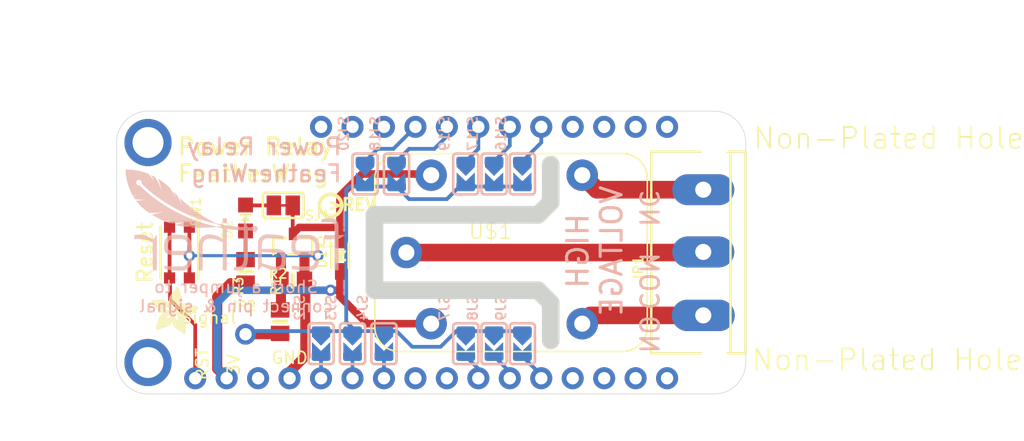
<source format=kicad_pcb>
(kicad_pcb (version 20171130) (host pcbnew 5.1.6-c6e7f7d~86~ubuntu18.04.1)
  (layers (0 Top signal) (31 Bottom signal) (34 B.Paste user) (35 F.Paste user) (36 B.SilkS user) (37 F.SilkS user) (38 B.Mask user) (39 F.Mask user) (44 Edge.Cuts user))
  (net 0 "")
  (net 1 GND)
  (net 2 3.3V)
  (net 3 "Net-(D1-PadA)")
  (net 4 "Net-(JP1-Pad1)")
  (net 5 "Net-(JP1-Pad3)")
  (net 6 "Net-(JP1-Pad2)")
  (net 7 "Net-(Q1-Pad1)")
  (net 8 /RELAYSIGNAL)
  (net 9 "Net-(D2-PadA)")
  (net 10 "Net-(D2-PadC)")
  (net 11 "Net-(MS2-Pad1)")
  (net 12 "Net-(MS2-Pad3)")
  (net 13 "Net-(MS2-Pad16)")
  (net 14 "Net-(MS2-Pad15)")
  (net 15 "Net-(MS2-Pad14)")
  (net 16 "Net-(MS2-Pad13)")
  (net 17 "Net-(MS2-Pad12)")
  (net 18 "Net-(MS2-Pad11)")
  (net 19 "Net-(MS2-Pad10)")
  (net 20 "Net-(MS2-Pad9)")
  (net 21 "Net-(MS2-Pad8)")
  (net 22 "Net-(MS2-Pad7)")
  (net 23 "Net-(MS2-Pad6)")
  (net 24 "Net-(MS2-Pad5)")
  (net 25 "Net-(MS2-Pad17)")
  (net 26 "Net-(MS2-Pad18)")
  (net 27 "Net-(MS2-Pad19)")
  (net 28 "Net-(MS2-Pad20)")
  (net 29 "Net-(MS2-Pad21)")
  (net 30 "Net-(MS2-Pad22)")
  (net 31 "Net-(MS2-Pad23)")
  (net 32 "Net-(MS2-Pad24)")
  (net 33 "Net-(MS2-Pad25)")
  (net 34 /USB)
  (net 35 "Net-(MS2-Pad27)")
  (net 36 /VBAT)
  (module "Adafruit PowerRelay Wing:RELAY_G5LE-1" (layer Top) (at 154.8511 105.0036)
    (fp_text reference U$1 (at -3.4 -1) (layer F.SilkS) (effects (font (size 1.2065 1.2065) (thickness 0.108585)) (justify left bottom)))
    (fp_text value RELAY_G5LE)
    (pad 5 thru_hole circle (at -6.35 -6.25) (size 2.54 2.54) (drill 1.3) (layers *.Cu *.Mask) (net 3 "Net-(D1-PadA)"))
    (pad 4 thru_hole circle (at 5.85 -6.25) (size 2.54 2.54) (drill 1.3) (layers *.Cu *.Mask) (net 4 "Net-(JP1-Pad1)"))
    (pad 3 thru_hole circle (at 5.85 5.75) (size 2.54 2.54) (drill 1.3) (layers *.Cu *.Mask) (net 5 "Net-(JP1-Pad3)"))
    (pad 2 thru_hole circle (at -6.35 5.75) (size 2.54 2.54) (drill 1.3) (layers *.Cu *.Mask) (net 2 3.3V))
    (pad 1 thru_hole circle (at -8.35 0) (size 2.54 2.54) (drill 1.3) (layers *.Cu *.Mask) (net 6 "Net-(JP1-Pad2)"))
  )
  (module "Adafruit PowerRelay Wing:SOT23-R" (layer Top) (at 137.3251 104.4956)
    (fp_text reference Q1 (at 1.778 0.127) (layer F.SilkS) (effects (font (size 0.77216 0.77216) (thickness 0.138988)) (justify left bottom)))
    (fp_text value MMBT2222)
    (pad 1 smd rect (at -0.95 1) (size 0.635 1.016) (layers Top F.Paste F.Mask) (net 7 "Net-(Q1-Pad1)"))
    (pad 2 smd rect (at 0.95 1) (size 0.635 1.016) (layers Top F.Paste F.Mask) (net 1 GND))
    (pad 3 smd rect (at 0 -1) (size 0.635 1.016) (layers Top F.Paste F.Mask) (net 3 "Net-(D1-PadA)"))
  )
  (module "Adafruit PowerRelay Wing:0805-NO" (layer Top) (at 136.3091 110.5916 90)
    (fp_text reference R1 (at 2.032 0.127 90) (layer F.SilkS) (effects (font (size 0.77216 0.77216) (thickness 0.138988)) (justify left bottom)))
    (fp_text value 1K)
    (pad 2 smd rect (at 0.95 0 90) (size 1.24 1.5) (layers Top F.Paste F.Mask) (net 7 "Net-(Q1-Pad1)"))
    (pad 1 smd rect (at -0.95 0 90) (size 1.24 1.5) (layers Top F.Paste F.Mask) (net 8 /RELAYSIGNAL))
  )
  (module "Adafruit PowerRelay Wing:SOD-323" (layer Top) (at 141.1351 105.2576 90)
    (fp_text reference D1 (at -1.1 -1 90) (layer F.SilkS) (effects (font (size 0.77216 0.77216) (thickness 0.138988)) (justify left bottom)))
    (fp_text value 1N4148)
    (pad A smd rect (at 1.27 0 90) (size 1.35 0.8) (layers Top F.Paste F.Mask) (net 3 "Net-(D1-PadA)"))
    (pad C smd rect (at -1.27 0 90) (size 1.35 0.8) (layers Top F.Paste F.Mask) (net 2 3.3V))
  )
  (module "Adafruit PowerRelay Wing:1X01_ROUND" (layer Top) (at 133.5151 111.6076)
    (fp_text reference JP2 (at -1.3462 -1.8288) (layer F.SilkS) (effects (font (size 0.77216 0.77216) (thickness 0.138988)) (justify left bottom)))
    (fp_text value HEADER-1X1ROUND)
    (pad 1 thru_hole circle (at 0 0 90) (size 1.6764 1.6764) (drill 1) (layers *.Cu *.Mask) (net 8 /RELAYSIGNAL))
  )
  (module "Adafruit PowerRelay Wing:0805-NO" (layer Top) (at 137.3251 107.2896 180)
    (fp_text reference R2 (at 2.032 0.127) (layer F.SilkS) (effects (font (size 0.77216 0.77216) (thickness 0.138988)) (justify left bottom)))
    (fp_text value 10K)
    (pad 2 smd rect (at 0.95 0 180) (size 1.24 1.5) (layers Top F.Paste F.Mask) (net 7 "Net-(Q1-Pad1)"))
    (pad 1 smd rect (at -0.95 0 180) (size 1.24 1.5) (layers Top F.Paste F.Mask) (net 1 GND))
  )
  (module "Adafruit PowerRelay Wing:CHIPLED_0805_NOOUTLINE" (layer Top) (at 133.5151 102.2096)
    (fp_text reference D2 (at -1.016 1.778 90) (layer F.SilkS) (effects (font (size 0.77216 0.77216) (thickness 0.138988)) (justify left bottom)))
    (fp_text value RED)
    (pad A smd rect (at 0 1.05) (size 1.2 1.2) (layers Top F.Paste F.Mask) (net 9 "Net-(D2-PadA)"))
    (pad C smd rect (at 0 -1.05) (size 1.2 1.2) (layers Top F.Paste F.Mask) (net 10 "Net-(D2-PadC)"))
  )
  (module "Adafruit PowerRelay Wing:0805-NO" (layer Top) (at 133.5151 106.5276 270)
    (fp_text reference R3 (at 2.032 0.127 90) (layer F.SilkS) (effects (font (size 0.77216 0.77216) (thickness 0.138988)) (justify left bottom)))
    (fp_text value 1K)
    (pad 2 smd rect (at 0.95 0 270) (size 1.24 1.5) (layers Top F.Paste F.Mask) (net 2 3.3V))
    (pad 1 smd rect (at -0.95 0 270) (size 1.24 1.5) (layers Top F.Paste F.Mask) (net 9 "Net-(D2-PadA)"))
  )
  (module "Adafruit PowerRelay Wing:SOLDERJUMPER_CLOSEDWIRE" (layer Top) (at 136.5631 101.1936 180)
    (fp_text reference SJ1 (at -1.651 -1.27) (layer F.SilkS) (effects (font (size 0.77216 0.77216) (thickness 0.138988)) (justify left bottom)))
    (fp_text value SOLDERJUMPER_CLOSED)
    (pad WIRE smd rect (at 0 0 180) (size 0.635 0.2032) (layers Top F.Mask))
    (pad 2 smd rect (at 0.762 0 180) (size 1.1684 1.6002) (layers Top F.Mask) (net 10 "Net-(D2-PadC)"))
    (pad 1 smd rect (at -0.762 0 180) (size 1.1684 1.6002) (layers Top F.Mask) (net 3 "Net-(D1-PadA)"))
  )
  (module "Adafruit PowerRelay Wing:FEATHERWING" (layer Top) (at 123.1011 116.4336)
    (fp_text reference MS2 hide)
    (fp_text value FEATHERWING hide)
    (fp_arc (start 2.54 -2.54) (end 0 -2.54) (angle -90) (layer Edge.Cuts) (width 0.05))
    (fp_line (start 0 -20.32) (end 0 -2.54) (layer Edge.Cuts) (width 0.05))
    (fp_arc (start 2.54 -20.32) (end 2.54 -22.86) (angle -90) (layer Edge.Cuts) (width 0.05))
    (fp_line (start 48.26 -22.86) (end 2.54 -22.86) (layer Edge.Cuts) (width 0.05))
    (fp_arc (start 48.26 -20.32) (end 50.8 -20.32) (angle -90) (layer Edge.Cuts) (width 0.05))
    (fp_line (start 50.8 -2.54) (end 50.8 -20.32) (layer Edge.Cuts) (width 0.05))
    (fp_arc (start 48.26 -2.54) (end 48.26 0) (angle -90) (layer Edge.Cuts) (width 0.05))
    (fp_line (start 2.54 0) (end 48.26 0) (layer Edge.Cuts) (width 0.05))
    (pad 1 thru_hole circle (at 6.35 -1.27) (size 1.778 1.778) (drill 1) (layers *.Cu *.Mask) (net 11 "Net-(MS2-Pad1)"))
    (pad 2 thru_hole circle (at 8.89 -1.27) (size 1.778 1.778) (drill 1) (layers *.Cu *.Mask) (net 2 3.3V))
    (pad 3 thru_hole circle (at 11.43 -1.27) (size 1.778 1.778) (drill 1) (layers *.Cu *.Mask) (net 12 "Net-(MS2-Pad3)"))
    (pad 4 thru_hole circle (at 13.97 -1.27) (size 1.778 1.778) (drill 1) (layers *.Cu *.Mask) (net 1 GND))
    (pad 16 thru_hole circle (at 44.45 -1.27) (size 1.778 1.778) (drill 1) (layers *.Cu *.Mask) (net 13 "Net-(MS2-Pad16)"))
    (pad 15 thru_hole circle (at 41.91 -1.27) (size 1.778 1.778) (drill 1) (layers *.Cu *.Mask) (net 14 "Net-(MS2-Pad15)"))
    (pad 14 thru_hole circle (at 39.37 -1.27) (size 1.778 1.778) (drill 1) (layers *.Cu *.Mask) (net 15 "Net-(MS2-Pad14)"))
    (pad 13 thru_hole circle (at 36.83 -1.27) (size 1.778 1.778) (drill 1) (layers *.Cu *.Mask) (net 16 "Net-(MS2-Pad13)"))
    (pad 12 thru_hole circle (at 34.29 -1.27) (size 1.778 1.778) (drill 1) (layers *.Cu *.Mask) (net 17 "Net-(MS2-Pad12)"))
    (pad 11 thru_hole circle (at 31.75 -1.27) (size 1.778 1.778) (drill 1) (layers *.Cu *.Mask) (net 18 "Net-(MS2-Pad11)"))
    (pad 10 thru_hole circle (at 29.21 -1.27) (size 1.778 1.778) (drill 1) (layers *.Cu *.Mask) (net 19 "Net-(MS2-Pad10)"))
    (pad 9 thru_hole circle (at 26.67 -1.27) (size 1.778 1.778) (drill 1) (layers *.Cu *.Mask) (net 20 "Net-(MS2-Pad9)"))
    (pad 8 thru_hole circle (at 24.13 -1.27) (size 1.778 1.778) (drill 1) (layers *.Cu *.Mask) (net 21 "Net-(MS2-Pad8)"))
    (pad 7 thru_hole circle (at 21.59 -1.27) (size 1.778 1.778) (drill 1) (layers *.Cu *.Mask) (net 22 "Net-(MS2-Pad7)"))
    (pad 6 thru_hole circle (at 19.05 -1.27) (size 1.778 1.778) (drill 1) (layers *.Cu *.Mask) (net 23 "Net-(MS2-Pad6)"))
    (pad 5 thru_hole circle (at 16.51 -1.27) (size 1.778 1.778) (drill 1) (layers *.Cu *.Mask) (net 24 "Net-(MS2-Pad5)"))
    (pad 17 thru_hole circle (at 44.45 -21.59) (size 1.778 1.778) (drill 1) (layers *.Cu *.Mask) (net 25 "Net-(MS2-Pad17)"))
    (pad 18 thru_hole circle (at 41.91 -21.59) (size 1.778 1.778) (drill 1) (layers *.Cu *.Mask) (net 26 "Net-(MS2-Pad18)"))
    (pad 19 thru_hole circle (at 39.37 -21.59) (size 1.778 1.778) (drill 1) (layers *.Cu *.Mask) (net 27 "Net-(MS2-Pad19)"))
    (pad 20 thru_hole circle (at 36.83 -21.59) (size 1.778 1.778) (drill 1) (layers *.Cu *.Mask) (net 28 "Net-(MS2-Pad20)"))
    (pad 21 thru_hole circle (at 34.29 -21.59) (size 1.778 1.778) (drill 1) (layers *.Cu *.Mask) (net 29 "Net-(MS2-Pad21)"))
    (pad 22 thru_hole circle (at 31.75 -21.59) (size 1.778 1.778) (drill 1) (layers *.Cu *.Mask) (net 30 "Net-(MS2-Pad22)"))
    (pad 23 thru_hole circle (at 29.21 -21.59) (size 1.778 1.778) (drill 1) (layers *.Cu *.Mask) (net 31 "Net-(MS2-Pad23)"))
    (pad 24 thru_hole circle (at 26.67 -21.59) (size 1.778 1.778) (drill 1) (layers *.Cu *.Mask) (net 32 "Net-(MS2-Pad24)"))
    (pad 25 thru_hole circle (at 24.13 -21.59) (size 1.778 1.778) (drill 1) (layers *.Cu *.Mask) (net 33 "Net-(MS2-Pad25)"))
    (pad 26 thru_hole circle (at 21.59 -21.59) (size 1.778 1.778) (drill 1) (layers *.Cu *.Mask) (net 34 /USB))
    (pad 27 thru_hole circle (at 19.05 -21.59) (size 1.778 1.778) (drill 1) (layers *.Cu *.Mask) (net 35 "Net-(MS2-Pad27)"))
    (pad 28 thru_hole circle (at 16.51 -21.59) (size 1.778 1.778) (drill 1) (layers *.Cu *.Mask) (net 36 /VBAT))
    (pad P$2 thru_hole circle (at 2.54 -2.54) (size 3.81 3.81) (drill 2.5) (layers *.Cu *.Mask))
    (pad P$1 thru_hole circle (at 2.54 -20.32) (size 3.81 3.81) (drill 2.5) (layers *.Cu *.Mask))
    (pad "" np_thru_hole circle (at 48.26 -2.54) (size 2.54 2.54) (drill 2.54) (layers *.Cu *.Mask))
    (pad "" np_thru_hole circle (at 48.26 -20.32) (size 2.54 2.54) (drill 2.54) (layers *.Cu *.Mask))
  )
  (module "Adafruit PowerRelay Wing:BTN_KMR2_4.6X2.8" (layer Top) (at 128.1811 105.0036 270)
    (fp_text reference SW1 (at -2.032 -1.778 90) (layer F.SilkS) (effects (font (size 0.77216 0.77216) (thickness 0.138988)) (justify left bottom)))
    (fp_text value KMR2)
    (pad A' smd rect (at -2.05 -0.8 270) (size 0.9 0.9) (layers Top F.Paste F.Mask) (net 1 GND))
    (pad B' smd rect (at -2.05 0.8 270) (size 0.9 0.9) (layers Top F.Paste F.Mask) (net 11 "Net-(MS2-Pad1)"))
    (pad B smd rect (at 2.05 0.8 270) (size 0.9 0.9) (layers Top F.Paste F.Mask) (net 11 "Net-(MS2-Pad1)"))
    (pad A smd rect (at 2.05 -0.8 270) (size 0.9 0.9) (layers Top F.Paste F.Mask) (net 1 GND))
  )
  (module "Adafruit PowerRelay Wing:SOLDERJUMPER_ARROW_NOPASTE" (layer Bottom) (at 139.6111 112.3696 270)
    (fp_text reference SJ2 (at -1.778 1.27 270) (layer B.SilkS) (effects (font (size 0.77216 0.77216) (thickness 0.146304)) (justify right bottom mirror)))
    (fp_text value SOLDERJUMPER)
    (fp_poly (pts (xy -0.127 0.7366) (xy 0.5842 0) (xy -0.127 -0.7366) (xy 1.143 -0.7366) (xy 1.143 0.7366)) (layer Bottom) (width 0))
    (fp_poly (pts (xy -1.143 0.7366) (xy -0.5715 0.7366) (xy 0.1651 0) (xy -0.5715 -0.7366) (xy -1.143 -0.7366)) (layer Bottom) (width 0))
    (pad 2 smd roundrect (at 1.016 0 270) (size 0.762 1.524) (layers Bottom B.Mask) (net 24 "Net-(MS2-Pad5)"))
    (pad 1 smd roundrect (at -1.016 0 270) (size 0.762 1.524) (layers Bottom B.Mask) (net 8 /RELAYSIGNAL))
  )
  (module "Adafruit PowerRelay Wing:SOLDERJUMPER_ARROW_NOPASTE" (layer Bottom) (at 142.1511 112.3696 270)
    (fp_text reference SJ3 (at -1.778 1.27 270) (layer B.SilkS) (effects (font (size 0.77216 0.77216) (thickness 0.146304)) (justify right bottom mirror)))
    (fp_text value SOLDERJUMPER)
    (fp_poly (pts (xy -0.127 0.7366) (xy 0.5842 0) (xy -0.127 -0.7366) (xy 1.143 -0.7366) (xy 1.143 0.7366)) (layer Bottom) (width 0))
    (fp_poly (pts (xy -1.143 0.7366) (xy -0.5715 0.7366) (xy 0.1651 0) (xy -0.5715 -0.7366) (xy -1.143 -0.7366)) (layer Bottom) (width 0))
    (pad 2 smd roundrect (at 1.016 0 270) (size 0.762 1.524) (layers Bottom B.Mask) (net 23 "Net-(MS2-Pad6)"))
    (pad 1 smd roundrect (at -1.016 0 270) (size 0.762 1.524) (layers Bottom B.Mask) (net 8 /RELAYSIGNAL))
  )
  (module "Adafruit PowerRelay Wing:SOLDERJUMPER_ARROW_NOPASTE" (layer Bottom) (at 144.6911 112.3696 270)
    (fp_text reference SJ4 (at -1.778 1.27 270) (layer B.SilkS) (effects (font (size 0.77216 0.77216) (thickness 0.146304)) (justify right bottom mirror)))
    (fp_text value SOLDERJUMPER)
    (fp_poly (pts (xy -0.127 0.7366) (xy 0.5842 0) (xy -0.127 -0.7366) (xy 1.143 -0.7366) (xy 1.143 0.7366)) (layer Bottom) (width 0))
    (fp_poly (pts (xy -1.143 0.7366) (xy -0.5715 0.7366) (xy 0.1651 0) (xy -0.5715 -0.7366) (xy -1.143 -0.7366)) (layer Bottom) (width 0))
    (pad 2 smd roundrect (at 1.016 0 270) (size 0.762 1.524) (layers Bottom B.Mask) (net 22 "Net-(MS2-Pad7)"))
    (pad 1 smd roundrect (at -1.016 0 270) (size 0.762 1.524) (layers Bottom B.Mask) (net 8 /RELAYSIGNAL))
  )
  (module "Adafruit PowerRelay Wing:SOLDERJUMPER_ARROW_NOPASTE" (layer Bottom) (at 151.2951 112.3696 270)
    (fp_text reference SJ7 (at -1.778 1.27 270) (layer B.SilkS) (effects (font (size 0.77216 0.77216) (thickness 0.146304)) (justify right bottom mirror)))
    (fp_text value SOLDERJUMPER)
    (fp_poly (pts (xy -0.127 0.7366) (xy 0.5842 0) (xy -0.127 -0.7366) (xy 1.143 -0.7366) (xy 1.143 0.7366)) (layer Bottom) (width 0))
    (fp_poly (pts (xy -1.143 0.7366) (xy -0.5715 0.7366) (xy 0.1651 0) (xy -0.5715 -0.7366) (xy -1.143 -0.7366)) (layer Bottom) (width 0))
    (pad 2 smd roundrect (at 1.016 0 270) (size 0.762 1.524) (layers Bottom B.Mask) (net 19 "Net-(MS2-Pad10)"))
    (pad 1 smd roundrect (at -1.016 0 270) (size 0.762 1.524) (layers Bottom B.Mask) (net 8 /RELAYSIGNAL))
  )
  (module "Adafruit PowerRelay Wing:SOLDERJUMPER_ARROW_NOPASTE" (layer Bottom) (at 153.5811 112.3696 270)
    (fp_text reference SJ8 (at -1.778 1.27 270) (layer B.SilkS) (effects (font (size 0.77216 0.77216) (thickness 0.146304)) (justify right bottom mirror)))
    (fp_text value SOLDERJUMPER)
    (fp_poly (pts (xy -0.127 0.7366) (xy 0.5842 0) (xy -0.127 -0.7366) (xy 1.143 -0.7366) (xy 1.143 0.7366)) (layer Bottom) (width 0))
    (fp_poly (pts (xy -1.143 0.7366) (xy -0.5715 0.7366) (xy 0.1651 0) (xy -0.5715 -0.7366) (xy -1.143 -0.7366)) (layer Bottom) (width 0))
    (pad 2 smd roundrect (at 1.016 0 270) (size 0.762 1.524) (layers Bottom B.Mask) (net 18 "Net-(MS2-Pad11)"))
    (pad 1 smd roundrect (at -1.016 0 270) (size 0.762 1.524) (layers Bottom B.Mask) (net 8 /RELAYSIGNAL))
  )
  (module "Adafruit PowerRelay Wing:SOLDERJUMPER_ARROW_NOPASTE" (layer Bottom) (at 155.8671 112.3696 270)
    (fp_text reference SJ9 (at -1.778 1.27 270) (layer B.SilkS) (effects (font (size 0.77216 0.77216) (thickness 0.146304)) (justify right bottom mirror)))
    (fp_text value SOLDERJUMPER)
    (fp_poly (pts (xy -0.127 0.7366) (xy 0.5842 0) (xy -0.127 -0.7366) (xy 1.143 -0.7366) (xy 1.143 0.7366)) (layer Bottom) (width 0))
    (fp_poly (pts (xy -1.143 0.7366) (xy -0.5715 0.7366) (xy 0.1651 0) (xy -0.5715 -0.7366) (xy -1.143 -0.7366)) (layer Bottom) (width 0))
    (pad 2 smd roundrect (at 1.016 0 270) (size 0.762 1.524) (layers Bottom B.Mask) (net 17 "Net-(MS2-Pad12)"))
    (pad 1 smd roundrect (at -1.016 0 270) (size 0.762 1.524) (layers Bottom B.Mask) (net 8 /RELAYSIGNAL))
  )
  (module "Adafruit PowerRelay Wing:SOLDERJUMPER_ARROW_NOPASTE" (layer Bottom) (at 155.8671 98.6536 270)
    (fp_text reference SJ16 (at -1.778 1.27 270) (layer B.SilkS) (effects (font (size 0.77216 0.77216) (thickness 0.146304)) (justify right bottom mirror)))
    (fp_text value SOLDERJUMPER)
    (fp_poly (pts (xy -0.127 0.7366) (xy 0.5842 0) (xy -0.127 -0.7366) (xy 1.143 -0.7366) (xy 1.143 0.7366)) (layer Bottom) (width 0))
    (fp_poly (pts (xy -1.143 0.7366) (xy -0.5715 0.7366) (xy 0.1651 0) (xy -0.5715 -0.7366) (xy -1.143 -0.7366)) (layer Bottom) (width 0))
    (pad 2 smd roundrect (at 1.016 0 270) (size 0.762 1.524) (layers Bottom B.Mask) (net 8 /RELAYSIGNAL))
    (pad 1 smd roundrect (at -1.016 0 270) (size 0.762 1.524) (layers Bottom B.Mask) (net 29 "Net-(MS2-Pad21)"))
  )
  (module "Adafruit PowerRelay Wing:SOLDERJUMPER_ARROW_NOPASTE" (layer Bottom) (at 153.5811 98.6536 270)
    (fp_text reference SJ17 (at -1.778 1.27 270) (layer B.SilkS) (effects (font (size 0.77216 0.77216) (thickness 0.146304)) (justify right bottom mirror)))
    (fp_text value SOLDERJUMPER)
    (fp_poly (pts (xy -0.127 0.7366) (xy 0.5842 0) (xy -0.127 -0.7366) (xy 1.143 -0.7366) (xy 1.143 0.7366)) (layer Bottom) (width 0))
    (fp_poly (pts (xy -1.143 0.7366) (xy -0.5715 0.7366) (xy 0.1651 0) (xy -0.5715 -0.7366) (xy -1.143 -0.7366)) (layer Bottom) (width 0))
    (pad 2 smd roundrect (at 1.016 0 270) (size 0.762 1.524) (layers Bottom B.Mask) (net 8 /RELAYSIGNAL))
    (pad 1 smd roundrect (at -1.016 0 270) (size 0.762 1.524) (layers Bottom B.Mask) (net 30 "Net-(MS2-Pad22)"))
  )
  (module "Adafruit PowerRelay Wing:SOLDERJUMPER_ARROW_NOPASTE" (layer Bottom) (at 145.7071 98.6536 270)
    (fp_text reference SJ18 (at -1.778 1.27 270) (layer B.SilkS) (effects (font (size 0.77216 0.77216) (thickness 0.146304)) (justify right bottom mirror)))
    (fp_text value SOLDERJUMPER)
    (fp_poly (pts (xy -0.127 0.7366) (xy 0.5842 0) (xy -0.127 -0.7366) (xy 1.143 -0.7366) (xy 1.143 0.7366)) (layer Bottom) (width 0))
    (fp_poly (pts (xy -1.143 0.7366) (xy -0.5715 0.7366) (xy 0.1651 0) (xy -0.5715 -0.7366) (xy -1.143 -0.7366)) (layer Bottom) (width 0))
    (pad 2 smd roundrect (at 1.016 0 270) (size 0.762 1.524) (layers Bottom B.Mask) (net 8 /RELAYSIGNAL))
    (pad 1 smd roundrect (at -1.016 0 270) (size 0.762 1.524) (layers Bottom B.Mask) (net 32 "Net-(MS2-Pad24)"))
  )
  (module "Adafruit PowerRelay Wing:SOLDERJUMPER_ARROW_NOPASTE" (layer Bottom) (at 151.2951 98.6536 270)
    (fp_text reference SJ19 (at -1.778 1.27 270) (layer B.SilkS) (effects (font (size 0.77216 0.77216) (thickness 0.146304)) (justify right bottom mirror)))
    (fp_text value SOLDERJUMPER)
    (fp_poly (pts (xy -0.127 0.7366) (xy 0.5842 0) (xy -0.127 -0.7366) (xy 1.143 -0.7366) (xy 1.143 0.7366)) (layer Bottom) (width 0))
    (fp_poly (pts (xy -1.143 0.7366) (xy -0.5715 0.7366) (xy 0.1651 0) (xy -0.5715 -0.7366) (xy -1.143 -0.7366)) (layer Bottom) (width 0))
    (pad 2 smd roundrect (at 1.016 0 270) (size 0.762 1.524) (layers Bottom B.Mask) (net 8 /RELAYSIGNAL))
    (pad 1 smd roundrect (at -1.016 0 270) (size 0.762 1.524) (layers Bottom B.Mask) (net 31 "Net-(MS2-Pad23)"))
  )
  (module "Adafruit PowerRelay Wing:SOLDERJUMPER_ARROW_NOPASTE" (layer Bottom) (at 143.1671 98.6536 270)
    (fp_text reference SJ20 (at -1.778 1.27 270) (layer B.SilkS) (effects (font (size 0.77216 0.77216) (thickness 0.146304)) (justify right bottom mirror)))
    (fp_text value SOLDERJUMPER)
    (fp_poly (pts (xy -0.127 0.7366) (xy 0.5842 0) (xy -0.127 -0.7366) (xy 1.143 -0.7366) (xy 1.143 0.7366)) (layer Bottom) (width 0))
    (fp_poly (pts (xy -1.143 0.7366) (xy -0.5715 0.7366) (xy 0.1651 0) (xy -0.5715 -0.7366) (xy -1.143 -0.7366)) (layer Bottom) (width 0))
    (pad 2 smd roundrect (at 1.016 0 270) (size 0.762 1.524) (layers Bottom B.Mask) (net 8 /RELAYSIGNAL))
    (pad 1 smd roundrect (at -1.016 0 270) (size 0.762 1.524) (layers Bottom B.Mask) (net 33 "Net-(MS2-Pad25)"))
  )
  (module "Adafruit PowerRelay Wing:PCBFEAT-REV-040" (layer Top) (at 140.3731 101.1936)
    (fp_text reference U$5 hide)
    (fp_text value "" hide)
    (fp_text user >REV (at -0.3556 0.508) (layer F.SilkS) (effects (font (size 0.9652 0.9652) (thickness 0.2032)) (justify left bottom)))
  )
  (module "Adafruit PowerRelay Wing:TERMBLOCK_1X3_5.08MM" (layer Top) (at 170.4721 105.0036 90)
    (fp_text reference JP1 (at -2.45 -4.79 90) (layer F.SilkS) (effects (font (size 0.77216 0.77216) (thickness 0.138988)) (justify left bottom)))
    (fp_text value HEADER-1X3_508TERM)
    (pad 3 thru_hole oval (at -5.08 0 180) (size 5.08 2.54) (drill 1.3) (layers *.Cu *.Mask) (net 5 "Net-(JP1-Pad3)"))
    (pad 2 thru_hole oval (at 0.05 0 180) (size 5 2.5) (drill 1.3) (layers *.Cu *.Mask) (net 6 "Net-(JP1-Pad2)"))
    (pad 1 thru_hole oval (at 5.08 0 180) (size 5 2.5) (drill 1.3) (layers *.Cu *.Mask) (net 4 "Net-(JP1-Pad1)"))
  )
  (module "Adafruit PowerRelay Wing:FEATHERLOGO_MED" (layer Bottom) (at 141.6431 106.5276 180)
    (fp_text reference U$7 hide)
    (fp_text value "" hide)
  )
  (module "Adafruit PowerRelay Wing:ADAFRUIT_3.5MM" (layer Top) (at 125.8951 111.6076)
    (fp_text reference U$6 hide)
    (fp_text value "" hide)
  )
  (gr_line (start 158.1531 97.8916) (end 158.1531 100.9396) (layer Edge.Cuts) (width 1.4224))
  (gr_line (start 158.1531 100.9396) (end 157.1371 101.9556) (layer Edge.Cuts) (width 1.4224))
  (gr_line (start 157.1371 101.9556) (end 143.9291 101.9556) (layer Edge.Cuts) (width 1.4224))
  (gr_line (start 143.9291 101.9556) (end 143.9291 108.0516) (layer Edge.Cuts) (width 1.4224))
  (gr_line (start 143.9291 108.0516) (end 157.1371 108.0516) (layer Edge.Cuts) (width 1.4224))
  (gr_line (start 157.1371 108.0516) (end 158.1531 109.0676) (layer Edge.Cuts) (width 1.4224))
  (gr_line (start 158.1531 109.0676) (end 158.1531 112.1156) (layer Edge.Cuts) (width 1.4224))
  (gr_text "Power Relay\nFeatherWing" (at 127.9271 99.4156) (layer F.SilkS) (effects (font (size 1.35128 1.35128) (thickness 0.199136)) (justify left bottom)))
  (gr_text "HIGH\nVOLTAGE" (at 161.7091 104.8766 -270) (layer B.SilkS) (effects (font (size 1.6891 1.6891) (thickness 0.24892)) (justify mirror)))
  (gr_text Reset (at 125.3871 105.0036 90) (layer F.SilkS) (effects (font (size 1.2065 1.2065) (thickness 0.1778))))
  (gr_text "Non-Plated Hole" (at 174.4091 96.7486) (layer F.SilkS) (effects (font (size 1.6891 1.6891) (thickness 0.14224)) (justify left bottom)))
  (gr_text "Non-Plated Hole" (at 174.2821 114.6556) (layer F.SilkS) (effects (font (size 1.6891 1.6891) (thickness 0.14224)) (justify left bottom)))
  (gr_text COM (at 166.9161 104.8766 -90) (layer B.SilkS) (effects (font (size 1.4478 1.4478) (thickness 0.21336)) (justify right top mirror)))
  (gr_text NC (at 166.9161 99.7966 -90) (layer B.SilkS) (effects (font (size 1.4478 1.4478) (thickness 0.21336)) (justify right top mirror)))
  (gr_text NO (at 166.9161 109.9566 -90) (layer B.SilkS) (effects (font (size 1.4478 1.4478) (thickness 0.21336)) (justify right top mirror)))
  (gr_text "Power Relay\nFeatherWing" (at 141.3891 99.4156) (layer B.SilkS) (effects (font (size 1.35128 1.35128) (thickness 0.199136)) (justify left bottom mirror)))
  (gr_text Signal (at 132.8801 109.7026) (layer F.SilkS) (effects (font (size 0.9652 0.9652) (thickness 0.14224)) (justify right top)))
  (gr_text "Short a jumper to\nconnect pin & signal" (at 132.7531 108.5596) (layer B.SilkS) (effects (font (size 0.9652 0.9652) (thickness 0.14224)) (justify mirror)))
  (gr_text RST (at 129.4511 112.6236 90) (layer F.SilkS) (effects (font (size 0.9652 0.9652) (thickness 0.14224)) (justify right top)))
  (gr_text 3V (at 131.9911 113.1316 90) (layer F.SilkS) (effects (font (size 0.9652 0.9652) (thickness 0.14224)) (justify right top)))
  (gr_text GND (at 137.0711 113.5126) (layer F.SilkS) (effects (font (size 0.9652 0.9652) (thickness 0.14224))))
  (segment (start 137.0711 115.1636) (end 137.0711 114.6556) (width 0.8128) (layer Top) (net 1))
  (segment (start 137.0711 114.6556) (end 138.3411 113.3856) (width 0.8128) (layer Top) (net 1))
  (segment (start 138.3411 113.3856) (end 138.3411 107.3556) (width 0.8128) (layer Top) (net 1))
  (segment (start 138.3411 107.3556) (end 138.2751 107.2896) (width 0.8128) (layer Top) (net 1))
  (segment (start 138.2751 107.2896) (end 138.2751 105.4956) (width 0.8128) (layer Top) (net 1))
  (segment (start 128.9811 107.0536) (end 128.9811 105.2576) (width 0.3048) (layer Top) (net 1))
  (segment (start 128.9811 105.2576) (end 128.9811 102.9536) (width 0.3048) (layer Top) (net 1))
  (segment (start 138.2751 105.4956) (end 138.5131 105.2576) (width 0.254) (layer Top) (net 1))
  (segment (start 138.5131 105.2576) (end 139.3571 105.2576) (width 0.254) (layer Top) (net 1))
  (via (at 139.3571 105.2576) (size 0.9064) (drill 0.5) (layers Top Bottom) (net 1))
  (segment (start 139.3571 105.2576) (end 128.9811 105.2576) (width 0.254) (layer Bottom) (net 1))
  (via (at 128.9811 105.2576) (size 0.9064) (drill 0.5) (layers Top Bottom) (net 1))
  (segment (start 146.5011 105.0036) (end 170.0911 105.0036) (width 1.4224) (layer Top) (net 6))
  (segment (start 170.0911 105.0036) (end 170.1411 104.9536) (width 1.4224) (layer Top) (net 6))
  (segment (start 170.1411 104.9536) (end 170.4721 104.9536) (width 1.4224) (layer Top) (net 6))
  (segment (start 160.7011 110.7536) (end 161.3711 110.0836) (width 1.4224) (layer Top) (net 5))
  (segment (start 161.3711 110.0836) (end 170.4721 110.0836) (width 1.4224) (layer Top) (net 5))
  (segment (start 160.7011 98.7536) (end 161.8711 99.9236) (width 1.4224) (layer Top) (net 4))
  (segment (start 161.8711 99.9236) (end 170.4721 99.9236) (width 1.4224) (layer Top) (net 4))
  (segment (start 148.5011 110.7536) (end 143.3291 110.7536) (width 0.6096) (layer Top) (net 2))
  (segment (start 143.3291 110.7536) (end 141.1351 108.5596) (width 0.6096) (layer Top) (net 2))
  (segment (start 141.1351 108.5596) (end 141.1351 108.0516) (width 0.6096) (layer Top) (net 2))
  (segment (start 131.9911 115.1636) (end 131.2291 114.4016) (width 0.8128) (layer Top) (net 2))
  (segment (start 131.2291 114.4016) (end 131.2291 108.5596) (width 0.8128) (layer Top) (net 2))
  (segment (start 131.2291 108.5596) (end 132.3111 107.4776) (width 0.8128) (layer Top) (net 2))
  (segment (start 132.3111 107.4776) (end 133.5151 107.4776) (width 0.8128) (layer Top) (net 2))
  (segment (start 131.9911 115.1636) (end 131.2291 114.4016) (width 0.6096) (layer Bottom) (net 2))
  (segment (start 131.2291 114.4016) (end 131.2291 109.0676) (width 0.6096) (layer Bottom) (net 2))
  (segment (start 131.2291 109.0676) (end 132.2451 108.0516) (width 0.6096) (layer Bottom) (net 2))
  (segment (start 132.2451 108.0516) (end 140.3731 108.0516) (width 0.6096) (layer Bottom) (net 2))
  (via (at 140.3731 108.0516) (size 0.9064) (drill 0.5) (layers Top Bottom) (net 2))
  (segment (start 140.3731 108.0516) (end 141.1351 108.0516) (width 0.6096) (layer Top) (net 2))
  (segment (start 141.1351 108.0516) (end 141.1351 106.5276) (width 0.6096) (layer Top) (net 2))
  (segment (start 141.1351 103.9876) (end 141.1351 102.9716) (width 0.6096) (layer Top) (net 3))
  (segment (start 141.1351 102.9716) (end 141.1351 100.4316) (width 0.6096) (layer Top) (net 3))
  (segment (start 141.1351 100.4316) (end 142.9131 98.6536) (width 0.6096) (layer Top) (net 3))
  (segment (start 142.9131 98.6536) (end 148.4011 98.6536) (width 0.6096) (layer Top) (net 3))
  (segment (start 148.4011 98.6536) (end 148.5011 98.7536) (width 0.6096) (layer Top) (net 3))
  (segment (start 137.3251 103.4956) (end 137.8491 102.9716) (width 0.6096) (layer Top) (net 3))
  (segment (start 137.8491 102.9716) (end 141.1351 102.9716) (width 0.6096) (layer Top) (net 3))
  (segment (start 137.3251 101.1936) (end 137.3251 103.4956) (width 0.3048) (layer Top) (net 3))
  (segment (start 136.3751 105.4956) (end 136.3751 107.2896) (width 0.8128) (layer Top) (net 7))
  (segment (start 136.3751 107.2896) (end 136.3751 109.5756) (width 0.8128) (layer Top) (net 7))
  (segment (start 136.3751 109.5756) (end 136.3091 109.6416) (width 0.8128) (layer Top) (net 7))
  (segment (start 133.5151 105.5776) (end 133.5151 103.2596) (width 0.3048) (layer Top) (net 9))
  (segment (start 133.5151 101.1596) (end 133.5491 101.1936) (width 0.3048) (layer Top) (net 10))
  (segment (start 133.5491 101.1936) (end 135.8011 101.1936) (width 0.3048) (layer Top) (net 10))
  (segment (start 155.8671 113.3856) (end 157.3911 114.9096) (width 0.3048) (layer Bottom) (net 17))
  (segment (start 157.3911 114.9096) (end 157.3911 115.1636) (width 0.3048) (layer Bottom) (net 17))
  (segment (start 153.5811 113.3856) (end 154.8511 114.6556) (width 0.3048) (layer Bottom) (net 18))
  (segment (start 154.8511 114.6556) (end 154.8511 115.1636) (width 0.3048) (layer Bottom) (net 18))
  (segment (start 151.2951 113.3856) (end 152.3111 114.4016) (width 0.3048) (layer Bottom) (net 19))
  (segment (start 152.3111 114.4016) (end 152.3111 115.1636) (width 0.3048) (layer Bottom) (net 19))
  (segment (start 144.6911 113.3856) (end 144.6911 115.1636) (width 0.3048) (layer Bottom) (net 22))
  (segment (start 142.1511 113.3856) (end 142.1511 115.1636) (width 0.3048) (layer Bottom) (net 23))
  (segment (start 139.6111 113.3856) (end 139.6111 115.1636) (width 0.3048) (layer Bottom) (net 24))
  (segment (start 129.4511 115.1636) (end 129.4511 110.8456) (width 0.3048) (layer Top) (net 11))
  (segment (start 129.4511 110.8456) (end 127.4191 108.8136) (width 0.3048) (layer Top) (net 11))
  (segment (start 127.4191 108.8136) (end 127.4191 107.0916) (width 0.3048) (layer Top) (net 11))
  (segment (start 127.4191 107.0916) (end 127.3811 107.0536) (width 0.3048) (layer Top) (net 11))
  (segment (start 127.3811 107.0536) (end 127.3811 102.9536) (width 0.3048) (layer Top) (net 11))
  (segment (start 143.1671 97.6376) (end 144.1831 96.6216) (width 0.3048) (layer Bottom) (net 33))
  (segment (start 144.1831 96.6216) (end 145.4531 96.6216) (width 0.3048) (layer Bottom) (net 33))
  (segment (start 145.4531 96.6216) (end 147.2311 94.8436) (width 0.3048) (layer Bottom) (net 33))
  (segment (start 145.7071 97.6376) (end 146.7231 96.6216) (width 0.3048) (layer Bottom) (net 32))
  (segment (start 146.7231 96.6216) (end 148.7551 96.6216) (width 0.3048) (layer Bottom) (net 32))
  (segment (start 148.7551 96.6216) (end 149.7711 95.6056) (width 0.3048) (layer Bottom) (net 32))
  (segment (start 149.7711 95.6056) (end 149.7711 94.8436) (width 0.3048) (layer Bottom) (net 32))
  (segment (start 151.2951 97.6376) (end 152.3111 96.6216) (width 0.3048) (layer Bottom) (net 31))
  (segment (start 152.3111 96.6216) (end 152.3111 94.8436) (width 0.3048) (layer Bottom) (net 31))
  (segment (start 153.5811 97.6376) (end 154.8511 96.3676) (width 0.3048) (layer Bottom) (net 30))
  (segment (start 154.8511 96.3676) (end 154.8511 94.8436) (width 0.3048) (layer Bottom) (net 30))
  (segment (start 155.8671 97.6376) (end 157.3911 96.1136) (width 0.3048) (layer Bottom) (net 29))
  (segment (start 157.3911 96.1136) (end 157.3911 94.8436) (width 0.3048) (layer Bottom) (net 29))
  (segment (start 155.8671 111.3536) (end 153.5811 111.3536) (width 0.3048) (layer Bottom) (net 8))
  (segment (start 153.5811 111.3536) (end 151.2951 111.3536) (width 0.3048) (layer Bottom) (net 8))
  (segment (start 144.6911 111.3536) (end 145.7071 111.3536) (width 0.3048) (layer Bottom) (net 8))
  (segment (start 145.7071 111.3536) (end 146.9771 112.6236) (width 0.3048) (layer Bottom) (net 8))
  (segment (start 146.9771 112.6236) (end 149.2631 112.6236) (width 0.3048) (layer Bottom) (net 8))
  (segment (start 149.2631 112.6236) (end 150.5331 111.3536) (width 0.3048) (layer Bottom) (net 8))
  (segment (start 150.5331 111.3536) (end 151.2951 111.3536) (width 0.3048) (layer Bottom) (net 8))
  (segment (start 142.1511 111.3536) (end 139.6111 111.3536) (width 0.3048) (layer Bottom) (net 8))
  (segment (start 155.8671 99.6696) (end 153.5811 99.6696) (width 0.3048) (layer Bottom) (net 8))
  (segment (start 153.5811 99.6696) (end 151.2951 99.6696) (width 0.3048) (layer Bottom) (net 8))
  (segment (start 151.2951 99.6696) (end 150.7871 99.6696) (width 0.3048) (layer Bottom) (net 8))
  (segment (start 150.7871 99.6696) (end 149.7711 100.6856) (width 0.3048) (layer Bottom) (net 8))
  (segment (start 149.7711 100.6856) (end 146.7231 100.6856) (width 0.3048) (layer Bottom) (net 8))
  (segment (start 146.7231 100.6856) (end 145.7071 99.6696) (width 0.3048) (layer Bottom) (net 8))
  (segment (start 145.7071 99.6696) (end 143.1671 99.6696) (width 0.3048) (layer Bottom) (net 8))
  (segment (start 142.4051 111.3536) (end 141.6431 110.5916) (width 0.3048) (layer Bottom) (net 8))
  (segment (start 141.6431 110.5916) (end 141.6431 99.9236) (width 0.3048) (layer Bottom) (net 8))
  (segment (start 141.6431 99.9236) (end 141.8971 99.6696) (width 0.3048) (layer Bottom) (net 8))
  (segment (start 141.8971 99.6696) (end 143.1671 99.6696) (width 0.3048) (layer Bottom) (net 8))
  (segment (start 144.6911 111.3536) (end 142.1511 111.3536) (width 0.3048) (layer Bottom) (net 8))
  (segment (start 133.5151 111.6076) (end 136.2431 111.6076) (width 0.8128) (layer Top) (net 8))
  (segment (start 136.2431 111.6076) (end 136.3091 111.5416) (width 0.8128) (layer Top) (net 8))
  (segment (start 139.6111 111.3536) (end 133.7691 111.3536) (width 0.3048) (layer Bottom) (net 8))
  (segment (start 133.7691 111.3536) (end 133.5151 111.6076) (width 0.3048) (layer Bottom) (net 8))
)
</source>
